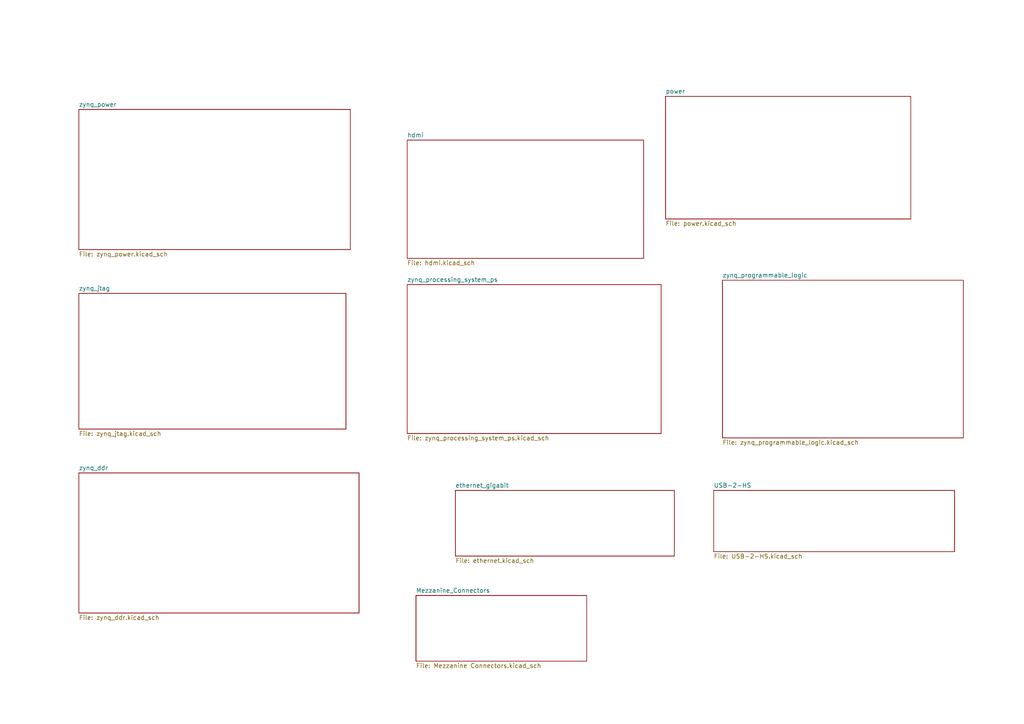
<source format=kicad_sch>
(kicad_sch
	(version 20231120)
	(generator "eeschema")
	(generator_version "8.0")
	(uuid "068a81e1-1783-4521-9958-788ddeed3b49")
	(paper "A4")
	(title_block
		(title "main page")
		(date "2024-11-30")
		(rev "1")
	)
	(lib_symbols)
	(sheet
		(at 22.86 85.09)
		(size 77.47 39.37)
		(fields_autoplaced yes)
		(stroke
			(width 0.1524)
			(type solid)
		)
		(fill
			(color 0 0 0 0.0000)
		)
		(uuid "23d95bc7-ff84-410f-aa0f-c06bb4392e8f")
		(property "Sheetname" "zynq_jtag"
			(at 22.86 84.3784 0)
			(effects
				(font
					(size 1.27 1.27)
				)
				(justify left bottom)
			)
		)
		(property "Sheetfile" "zynq_jtag.kicad_sch"
			(at 22.86 125.0446 0)
			(effects
				(font
					(size 1.27 1.27)
				)
				(justify left top)
			)
		)
		(instances
			(project "zynq_soc_board_v1"
				(path "/068a81e1-1783-4521-9958-788ddeed3b49"
					(page "4")
				)
			)
		)
	)
	(sheet
		(at 118.11 82.55)
		(size 73.66 43.18)
		(fields_autoplaced yes)
		(stroke
			(width 0.1524)
			(type solid)
		)
		(fill
			(color 0 0 0 0.0000)
		)
		(uuid "7169259b-160e-43c7-86a6-e36152f4c13a")
		(property "Sheetname" "zynq_processing_system_ps"
			(at 118.11 81.8384 0)
			(effects
				(font
					(size 1.27 1.27)
				)
				(justify left bottom)
			)
		)
		(property "Sheetfile" "zynq_processing_system_ps.kicad_sch"
			(at 118.11 126.3146 0)
			(effects
				(font
					(size 1.27 1.27)
				)
				(justify left top)
			)
		)
		(instances
			(project "zynq_soc_board_v1"
				(path "/068a81e1-1783-4521-9958-788ddeed3b49"
					(page "5")
				)
			)
		)
	)
	(sheet
		(at 207.01 142.24)
		(size 69.85 17.78)
		(fields_autoplaced yes)
		(stroke
			(width 0.1524)
			(type solid)
		)
		(fill
			(color 0 0 0 0.0000)
		)
		(uuid "9a41251a-1e05-4c4b-8495-bdec66c692fb")
		(property "Sheetname" "USB-2-HS"
			(at 207.01 141.5284 0)
			(effects
				(font
					(size 1.27 1.27)
				)
				(justify left bottom)
			)
		)
		(property "Sheetfile" "USB-2-HS.kicad_sch"
			(at 207.01 160.6046 0)
			(effects
				(font
					(size 1.27 1.27)
				)
				(justify left top)
			)
		)
		(instances
			(project "zynq_soc_board_v1"
				(path "/068a81e1-1783-4521-9958-788ddeed3b49"
					(page "9")
				)
			)
		)
	)
	(sheet
		(at 209.55 81.28)
		(size 69.85 45.72)
		(fields_autoplaced yes)
		(stroke
			(width 0.1524)
			(type solid)
		)
		(fill
			(color 0 0 0 0.0000)
		)
		(uuid "a35b7e0e-799f-4182-add8-f2ce322f1277")
		(property "Sheetname" "zynq_programmable_logic"
			(at 209.55 80.5684 0)
			(effects
				(font
					(size 1.27 1.27)
				)
				(justify left bottom)
			)
		)
		(property "Sheetfile" "zynq_programmable_logic.kicad_sch"
			(at 209.55 127.5846 0)
			(effects
				(font
					(size 1.27 1.27)
				)
				(justify left top)
			)
		)
		(instances
			(project "zynq_soc_board_v1"
				(path "/068a81e1-1783-4521-9958-788ddeed3b49"
					(page "6")
				)
			)
		)
	)
	(sheet
		(at 22.86 31.75)
		(size 78.74 40.64)
		(fields_autoplaced yes)
		(stroke
			(width 0.1524)
			(type solid)
		)
		(fill
			(color 0 0 0 0.0000)
		)
		(uuid "ab61d407-bfb1-4579-a3ba-f95af9d19234")
		(property "Sheetname" "zynq_power"
			(at 22.86 31.0384 0)
			(effects
				(font
					(size 1.27 1.27)
				)
				(justify left bottom)
			)
		)
		(property "Sheetfile" "zynq_power.kicad_sch"
			(at 22.86 72.9746 0)
			(effects
				(font
					(size 1.27 1.27)
				)
				(justify left top)
			)
		)
		(instances
			(project "zynq_soc_board_v1"
				(path "/068a81e1-1783-4521-9958-788ddeed3b49"
					(page "3")
				)
			)
		)
	)
	(sheet
		(at 132.08 142.24)
		(size 63.5 19.05)
		(fields_autoplaced yes)
		(stroke
			(width 0.1524)
			(type solid)
		)
		(fill
			(color 0 0 0 0.0000)
		)
		(uuid "ae319a65-0a6c-4d0b-b442-f6b6cf9cba1c")
		(property "Sheetname" "ethernet_gigabit"
			(at 132.08 141.5284 0)
			(effects
				(font
					(size 1.27 1.27)
				)
				(justify left bottom)
			)
		)
		(property "Sheetfile" "ethernet.kicad_sch"
			(at 132.08 161.8746 0)
			(effects
				(font
					(size 1.27 1.27)
				)
				(justify left top)
			)
		)
		(instances
			(project "zynq_soc_board_v1"
				(path "/068a81e1-1783-4521-9958-788ddeed3b49"
					(page "8")
				)
			)
		)
	)
	(sheet
		(at 118.11 40.64)
		(size 68.58 34.29)
		(fields_autoplaced yes)
		(stroke
			(width 0.1524)
			(type solid)
		)
		(fill
			(color 0 0 0 0.0000)
		)
		(uuid "e3bd6b63-32f0-4166-8f38-aff794cd75ae")
		(property "Sheetname" "hdmi"
			(at 118.11 39.9284 0)
			(effects
				(font
					(size 1.27 1.27)
				)
				(justify left bottom)
			)
		)
		(property "Sheetfile" "hdmi.kicad_sch"
			(at 118.11 75.5146 0)
			(effects
				(font
					(size 1.27 1.27)
				)
				(justify left top)
			)
		)
		(instances
			(project "zynq_soc_board_v1"
				(path "/068a81e1-1783-4521-9958-788ddeed3b49"
					(page "11")
				)
			)
		)
	)
	(sheet
		(at 22.86 137.16)
		(size 81.28 40.64)
		(fields_autoplaced yes)
		(stroke
			(width 0.1524)
			(type solid)
		)
		(fill
			(color 0 0 0 0.0000)
		)
		(uuid "e4500449-4cb2-4d37-97df-44b3b782e809")
		(property "Sheetname" "zynq_ddr"
			(at 22.86 136.4484 0)
			(effects
				(font
					(size 1.27 1.27)
				)
				(justify left bottom)
			)
		)
		(property "Sheetfile" "zynq_ddr.kicad_sch"
			(at 22.86 178.3846 0)
			(effects
				(font
					(size 1.27 1.27)
				)
				(justify left top)
			)
		)
		(instances
			(project "zynq_soc_board_v1"
				(path "/068a81e1-1783-4521-9958-788ddeed3b49"
					(page "7")
				)
			)
		)
	)
	(sheet
		(at 120.65 172.72)
		(size 49.53 19.05)
		(fields_autoplaced yes)
		(stroke
			(width 0.1524)
			(type solid)
		)
		(fill
			(color 0 0 0 0.0000)
		)
		(uuid "e7970928-6ac8-45a9-9cbb-8e59e3dd9d14")
		(property "Sheetname" "Mezzanine_Connectors"
			(at 120.65 172.0084 0)
			(effects
				(font
					(size 1.27 1.27)
				)
				(justify left bottom)
			)
		)
		(property "Sheetfile" "Mezzanine Connectors.kicad_sch"
			(at 120.65 192.3546 0)
			(effects
				(font
					(size 1.27 1.27)
				)
				(justify left top)
			)
		)
		(instances
			(project "zynq_soc_board_v1"
				(path "/068a81e1-1783-4521-9958-788ddeed3b49"
					(page "10")
				)
			)
		)
	)
	(sheet
		(at 193.04 27.94)
		(size 71.12 35.56)
		(fields_autoplaced yes)
		(stroke
			(width 0.1524)
			(type solid)
		)
		(fill
			(color 0 0 0 0.0000)
		)
		(uuid "e904f396-2c60-426f-aecf-389e552b5c3a")
		(property "Sheetname" "power"
			(at 193.04 27.2284 0)
			(effects
				(font
					(size 1.27 1.27)
				)
				(justify left bottom)
			)
		)
		(property "Sheetfile" "power.kicad_sch"
			(at 193.04 64.0846 0)
			(effects
				(font
					(size 1.27 1.27)
				)
				(justify left top)
			)
		)
		(instances
			(project "zynq_soc_board_v1"
				(path "/068a81e1-1783-4521-9958-788ddeed3b49"
					(page "2")
				)
			)
		)
	)
	(sheet_instances
		(path "/"
			(page "1")
		)
	)
)

</source>
